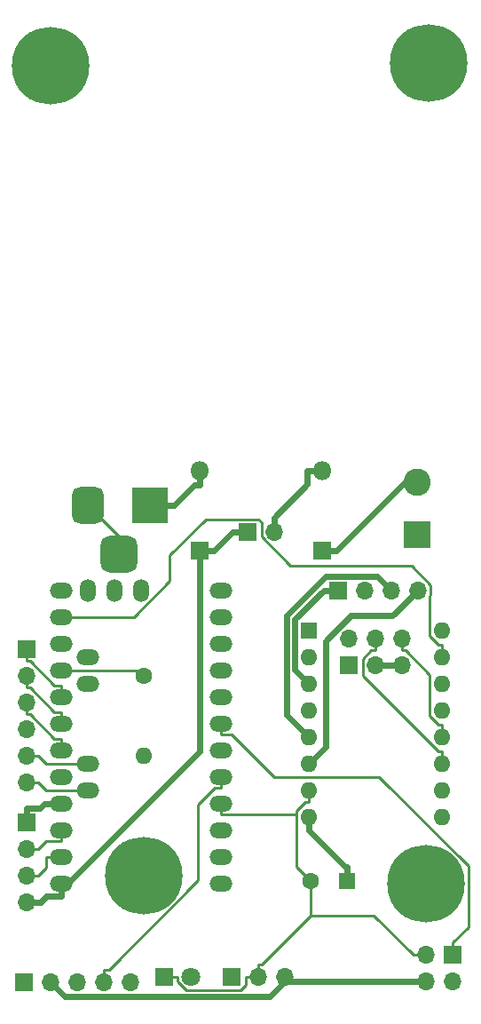
<source format=gbr>
%TF.GenerationSoftware,KiCad,Pcbnew,6.0.11-2627ca5db0~126~ubuntu20.04.1*%
%TF.CreationDate,2024-06-24T23:06:08+02:00*%
%TF.ProjectId,IRstepper,49527374-6570-4706-9572-2e6b69636164,rev?*%
%TF.SameCoordinates,Original*%
%TF.FileFunction,Copper,L2,Bot*%
%TF.FilePolarity,Positive*%
%FSLAX46Y46*%
G04 Gerber Fmt 4.6, Leading zero omitted, Abs format (unit mm)*
G04 Created by KiCad (PCBNEW 6.0.11-2627ca5db0~126~ubuntu20.04.1) date 2024-06-24 23:06:08*
%MOMM*%
%LPD*%
G01*
G04 APERTURE LIST*
G04 Aperture macros list*
%AMRoundRect*
0 Rectangle with rounded corners*
0 $1 Rounding radius*
0 $2 $3 $4 $5 $6 $7 $8 $9 X,Y pos of 4 corners*
0 Add a 4 corners polygon primitive as box body*
4,1,4,$2,$3,$4,$5,$6,$7,$8,$9,$2,$3,0*
0 Add four circle primitives for the rounded corners*
1,1,$1+$1,$2,$3*
1,1,$1+$1,$4,$5*
1,1,$1+$1,$6,$7*
1,1,$1+$1,$8,$9*
0 Add four rect primitives between the rounded corners*
20,1,$1+$1,$2,$3,$4,$5,0*
20,1,$1+$1,$4,$5,$6,$7,0*
20,1,$1+$1,$6,$7,$8,$9,0*
20,1,$1+$1,$8,$9,$2,$3,0*%
G04 Aperture macros list end*
%TA.AperFunction,ComponentPad*%
%ADD10R,1.800000X1.800000*%
%TD*%
%TA.AperFunction,ComponentPad*%
%ADD11O,1.800000X1.800000*%
%TD*%
%TA.AperFunction,ComponentPad*%
%ADD12R,1.700000X1.700000*%
%TD*%
%TA.AperFunction,ComponentPad*%
%ADD13O,1.700000X1.700000*%
%TD*%
%TA.AperFunction,ConnectorPad*%
%ADD14C,7.400000*%
%TD*%
%TA.AperFunction,ComponentPad*%
%ADD15C,4.100000*%
%TD*%
%TA.AperFunction,ComponentPad*%
%ADD16R,2.600000X2.600000*%
%TD*%
%TA.AperFunction,ComponentPad*%
%ADD17C,2.600000*%
%TD*%
%TA.AperFunction,ComponentPad*%
%ADD18O,2.199640X1.501140*%
%TD*%
%TA.AperFunction,ComponentPad*%
%ADD19O,1.501140X2.199640*%
%TD*%
%TA.AperFunction,ComponentPad*%
%ADD20R,3.500000X3.500000*%
%TD*%
%TA.AperFunction,ComponentPad*%
%ADD21RoundRect,0.750000X-0.750000X-1.000000X0.750000X-1.000000X0.750000X1.000000X-0.750000X1.000000X0*%
%TD*%
%TA.AperFunction,ComponentPad*%
%ADD22RoundRect,0.875000X-0.875000X-0.875000X0.875000X-0.875000X0.875000X0.875000X-0.875000X0.875000X0*%
%TD*%
%TA.AperFunction,ComponentPad*%
%ADD23R,1.600000X1.600000*%
%TD*%
%TA.AperFunction,ComponentPad*%
%ADD24O,1.600000X1.600000*%
%TD*%
%TA.AperFunction,ComponentPad*%
%ADD25C,1.600000*%
%TD*%
%TA.AperFunction,ComponentPad*%
%ADD26C,1.800000*%
%TD*%
%TA.AperFunction,Conductor*%
%ADD27C,0.250000*%
%TD*%
%TA.AperFunction,Conductor*%
%ADD28C,0.600000*%
%TD*%
G04 APERTURE END LIST*
D10*
%TO.P,D3,2,A*%
%TO.N,+9V*%
X108712000Y-66802000D03*
D11*
%TO.P,D3,1,K*%
%TO.N,Net-(D3-Pad1)*%
X108712000Y-59182000D03*
%TD*%
D12*
%TO.P,J1,1,Pin_1*%
%TO.N,GND*%
X91953000Y-107950000D03*
D13*
%TO.P,J1,2,Pin_2*%
%TO.N,+5V*%
X94493000Y-107950000D03*
%TO.P,J1,3,Pin_3*%
%TO.N,Net-(IC1-Pad9)*%
X97033000Y-107950000D03*
%TO.P,J1,4,Pin_4*%
%TO.N,Net-(IC1-Pad5)*%
X99573000Y-107950000D03*
%TO.P,J1,5,Pin_5*%
%TO.N,Net-(IC1-Pad6)*%
X102113000Y-107950000D03*
%TD*%
D14*
%TO.P,H3,1*%
%TO.N,N/C*%
X130556000Y-20320000D03*
D15*
X130556000Y-20320000D03*
%TD*%
%TO.P,H4,1*%
%TO.N,N/C*%
X130302000Y-98552000D03*
D14*
X130302000Y-98552000D03*
%TD*%
D15*
%TO.P,H2,1*%
%TO.N,N/C*%
X94488000Y-20574000D03*
D14*
X94488000Y-20574000D03*
%TD*%
D12*
%TO.P,J5,1,Pin_1*%
%TO.N,Net-(A1-Pad3)*%
X121930000Y-70612000D03*
D13*
%TO.P,J5,2,Pin_2*%
%TO.N,Net-(A1-Pad4)*%
X124470000Y-70612000D03*
%TO.P,J5,3,Pin_3*%
%TO.N,Net-(A1-Pad5)*%
X127010000Y-70612000D03*
%TO.P,J5,4,Pin_4*%
%TO.N,Net-(A1-Pad6)*%
X129550000Y-70612000D03*
%TD*%
D10*
%TO.P,D1,1,K*%
%TO.N,Net-(D1-Pad1)*%
X120396000Y-66802000D03*
D11*
%TO.P,D1,2,A*%
%TO.N,+12V*%
X120396000Y-59182000D03*
%TD*%
D12*
%TO.P,J3,1,Pin_1*%
%TO.N,+9V*%
X113279000Y-65024000D03*
D13*
%TO.P,J3,2,Pin_2*%
%TO.N,+12V*%
X115819000Y-65024000D03*
%TD*%
D16*
%TO.P,J2,1,Pin_1*%
%TO.N,GND*%
X129520000Y-65298000D03*
D17*
%TO.P,J2,2,Pin_2*%
%TO.N,Net-(D1-Pad1)*%
X129520000Y-60298000D03*
%TD*%
D15*
%TO.P,H1,1*%
%TO.N,N/C*%
X103378000Y-97790000D03*
D14*
X103378000Y-97790000D03*
%TD*%
D12*
%TO.P,J10,1,Pin_1*%
%TO.N,+5V*%
X92202000Y-92720000D03*
D13*
%TO.P,J10,2,Pin_2*%
%TO.N,RST*%
X92202000Y-95260000D03*
%TO.P,J10,3,Pin_3*%
%TO.N,GND*%
X92202000Y-97800000D03*
%TO.P,J10,4,Pin_4*%
%TO.N,+9V*%
X92202000Y-100340000D03*
%TD*%
D18*
%TO.P,IC1,1,(PCINT17/TXD)PD1/1*%
%TO.N,Net-(IC1-Pad1)*%
X110744000Y-98552000D03*
%TO.P,IC1,2,(PCINT16/RXD)PD0/0*%
%TO.N,Net-(IC1-Pad2)*%
X110744000Y-96012000D03*
%TO.P,IC1,3,(PCINT14/~{RESET})PC6*%
%TO.N,unconnected-(IC1-Pad3)*%
X110744000Y-93472000D03*
%TO.P,IC1,4,GND*%
%TO.N,GND*%
X110744000Y-90932000D03*
%TO.P,IC1,5,(PCINT18/INT0)PD2/2*%
%TO.N,Net-(IC1-Pad5)*%
X110744000Y-88392000D03*
%TO.P,IC1,6,(PCINT19/OC2B/INT1/PWM)PD3/3*%
%TO.N,Net-(IC1-Pad6)*%
X110744000Y-85852000D03*
%TO.P,IC1,7,(PCINT20/XCK/T0)PD4/4*%
%TO.N,Net-(IC1-Pad7)*%
X110744000Y-83312000D03*
%TO.P,IC1,8,(PCINT21/OC0B/T1/PWM)PD5/5*%
%TO.N,Net-(IC1-Pad8)*%
X110744000Y-80772000D03*
%TO.P,IC1,9,(PCINT22/OC0A/AIN0/PWM)PD6/6*%
%TO.N,Net-(IC1-Pad9)*%
X110744000Y-78232000D03*
%TO.P,IC1,10,(PCINT23/AIN1)PD7/7*%
%TO.N,Net-(IC1-Pad10)*%
X110744000Y-75692000D03*
%TO.P,IC1,11,(PCINT0/CLKO/ICP1)PB0/8*%
%TO.N,ENABLE*%
X110744000Y-73152000D03*
%TO.P,IC1,12,(PCINT1/OC1A/PWM)PB1/9*%
%TO.N,Net-(IC1-Pad12)*%
X110744000Y-70612000D03*
%TO.P,IC1,13,(PCINT2/OC1B/~{SS}/PWM)PB2/10*%
%TO.N,DIR*%
X95504000Y-70612000D03*
%TO.P,IC1,14,(PCINT3/OC2A/MOSI/PWM)PB3/11*%
%TO.N,STEP*%
X95504000Y-73152000D03*
%TO.P,IC1,15,(PCINT4/MISO)PB4/12*%
%TO.N,Net-(IC1-Pad15)*%
X95504000Y-75692000D03*
%TO.P,IC1,16,(PCINT5/SCK)PB5/13*%
%TO.N,Net-(IC1-Pad16)*%
X95504000Y-78232000D03*
%TO.P,IC1,17,(PCINT8/ADC0)PC0/14/A0*%
%TO.N,Net-(IC1-Pad17)*%
X95504000Y-80772000D03*
%TO.P,IC1,18,(PCINT9/ADC1)PC1/15/A1*%
%TO.N,Net-(IC1-Pad18)*%
X95504000Y-83312000D03*
%TO.P,IC1,19,(PCINT10/ADC2)PC2/16/A2*%
%TO.N,Net-(IC1-Pad19)*%
X95504000Y-85852000D03*
%TO.P,IC1,20,(PCINT11/ADC3)PC3/17/A3*%
%TO.N,Net-(IC1-Pad20)*%
X95504000Y-88392000D03*
%TO.P,IC1,21,VCC*%
%TO.N,+5V*%
X95504000Y-90932000D03*
%TO.P,IC1,22,(PCINT14/~{RESET})PC6*%
%TO.N,RST*%
X95504000Y-93472000D03*
%TO.P,IC1,23,GND*%
%TO.N,GND*%
X95504000Y-96012000D03*
%TO.P,IC1,24,RAW*%
%TO.N,+9V*%
X95504000Y-98552000D03*
%TO.P,IC1,25,(PCINT12/SDA/ADC4)PC4/18/A4*%
%TO.N,Net-(IC1-Pad25)*%
X98044000Y-87122000D03*
%TO.P,IC1,26,(PCINT13/SCL/ADC5)PC5/19/A5*%
%TO.N,Net-(IC1-Pad26)*%
X98044000Y-89662000D03*
D19*
%TO.P,IC1,27,ADC6/A6*%
%TO.N,unconnected-(IC1-Pad27)*%
X98044000Y-70612000D03*
D18*
X98044000Y-76962000D03*
D19*
%TO.P,IC1,28,ADC7/A7*%
%TO.N,unconnected-(IC1-Pad28)*%
X100584000Y-70612000D03*
D18*
X98044000Y-79502000D03*
D19*
%TO.P,IC1,29,GND*%
%TO.N,GND*%
X103124000Y-70612000D03*
%TD*%
D12*
%TO.P,J4,1,Pin_1*%
%TO.N,Net-(IC1-Pad10)*%
X111775000Y-107442000D03*
D13*
%TO.P,J4,2,Pin_2*%
%TO.N,GND*%
X114315000Y-107442000D03*
%TO.P,J4,3,Pin_3*%
%TO.N,+5V*%
X116855000Y-107442000D03*
%TD*%
D12*
%TO.P,J7,1,Pin_1*%
%TO.N,Net-(IC1-Pad7)*%
X132857000Y-105395000D03*
D13*
%TO.P,J7,2,Pin_2*%
%TO.N,Net-(IC1-Pad8)*%
X132857000Y-107935000D03*
%TO.P,J7,3,Pin_3*%
%TO.N,GND*%
X130317000Y-105395000D03*
%TO.P,J7,4,Pin_4*%
%TO.N,+5V*%
X130317000Y-107935000D03*
%TD*%
D20*
%TO.P,J6,1,In*%
%TO.N,Net-(D3-Pad1)*%
X104044000Y-62484000D03*
D21*
%TO.P,J6,2,Ext*%
%TO.N,GND*%
X98044000Y-62484000D03*
D22*
%TO.P,J6,3*%
X101044000Y-67184000D03*
%TD*%
D23*
%TO.P,A1,1,GND*%
%TO.N,GND*%
X119136000Y-74422000D03*
D24*
%TO.P,A1,2,VDD*%
%TO.N,+5V*%
X119136000Y-76962000D03*
%TO.P,A1,3,1B*%
%TO.N,Net-(A1-Pad3)*%
X119136000Y-79502000D03*
%TO.P,A1,4,1A*%
%TO.N,Net-(A1-Pad4)*%
X119136000Y-82042000D03*
%TO.P,A1,5,2A*%
%TO.N,Net-(A1-Pad5)*%
X119136000Y-84582000D03*
%TO.P,A1,6,2B*%
%TO.N,Net-(A1-Pad6)*%
X119136000Y-87122000D03*
%TO.P,A1,7,GND*%
%TO.N,GND*%
X119136000Y-89662000D03*
%TO.P,A1,8,VMOT*%
%TO.N,+12V*%
X119136000Y-92202000D03*
%TO.P,A1,9,~{ENABLE}*%
%TO.N,ENABLE*%
X131836000Y-92202000D03*
%TO.P,A1,10,MS1*%
%TO.N,Net-(A1-Pad10)*%
X131836000Y-89662000D03*
%TO.P,A1,11,MS2*%
%TO.N,Net-(A1-Pad11)*%
X131836000Y-87122000D03*
%TO.P,A1,12,MS3*%
%TO.N,Net-(A1-Pad12)*%
X131836000Y-84582000D03*
%TO.P,A1,13,~{RESET}*%
%TO.N,Net-(A1-Pad13)*%
X131836000Y-82042000D03*
%TO.P,A1,14,~{SLEEP}*%
X131836000Y-79502000D03*
%TO.P,A1,15,STEP*%
%TO.N,STEP*%
X131836000Y-76962000D03*
%TO.P,A1,16,DIR*%
%TO.N,DIR*%
X131836000Y-74422000D03*
%TD*%
D12*
%TO.P,J9,1,Pin_1*%
%TO.N,Net-(IC1-Pad17)*%
X92202000Y-76200000D03*
D13*
%TO.P,J9,2,Pin_2*%
%TO.N,Net-(IC1-Pad18)*%
X92202000Y-78740000D03*
%TO.P,J9,3,Pin_3*%
%TO.N,Net-(IC1-Pad19)*%
X92202000Y-81280000D03*
%TO.P,J9,4,Pin_4*%
%TO.N,Net-(IC1-Pad20)*%
X92202000Y-83820000D03*
%TO.P,J9,5,Pin_5*%
%TO.N,Net-(IC1-Pad25)*%
X92202000Y-86360000D03*
%TO.P,J9,6,Pin_6*%
%TO.N,Net-(IC1-Pad26)*%
X92202000Y-88900000D03*
%TD*%
D12*
%TO.P,J8,1,Pin_1*%
%TO.N,+5V*%
X122951000Y-77729000D03*
D13*
%TO.P,J8,2,Pin_2*%
%TO.N,Net-(A1-Pad10)*%
X122951000Y-75189000D03*
%TO.P,J8,3,Pin_3*%
%TO.N,+5V*%
X125491000Y-77729000D03*
%TO.P,J8,4,Pin_4*%
%TO.N,Net-(A1-Pad11)*%
X125491000Y-75189000D03*
%TO.P,J8,5,Pin_5*%
%TO.N,+5V*%
X128031000Y-77729000D03*
%TO.P,J8,6,Pin_6*%
%TO.N,Net-(A1-Pad12)*%
X128031000Y-75189000D03*
%TD*%
D25*
%TO.P,R1,1*%
%TO.N,Net-(IC1-Pad16)*%
X103378000Y-78740000D03*
D24*
%TO.P,R1,2*%
%TO.N,Net-(D2-Pad2)*%
X103378000Y-86360000D03*
%TD*%
D23*
%TO.P,C1,1*%
%TO.N,+12V*%
X122810700Y-98298000D03*
D25*
%TO.P,C1,2*%
%TO.N,GND*%
X119310700Y-98298000D03*
%TD*%
D10*
%TO.P,D2,1,K*%
%TO.N,GND*%
X105400000Y-107442000D03*
D26*
%TO.P,D2,2,A*%
%TO.N,Net-(D2-Pad2)*%
X107940000Y-107442000D03*
%TD*%
D27*
%TO.N,Net-(IC1-Pad26)*%
X94139300Y-89662000D02*
X98044000Y-89662000D01*
X93377300Y-88900000D02*
X94139300Y-89662000D01*
X92202000Y-88900000D02*
X93377300Y-88900000D01*
%TO.N,Net-(IC1-Pad25)*%
X94139300Y-87122000D02*
X98044000Y-87122000D01*
X93377300Y-86360000D02*
X94139300Y-87122000D01*
X92202000Y-86360000D02*
X93377300Y-86360000D01*
%TO.N,RST*%
X94089400Y-94547900D02*
X93377300Y-95260000D01*
X95504000Y-94547900D02*
X94089400Y-94547900D01*
X95504000Y-93472000D02*
X95504000Y-94547900D01*
X92202000Y-95260000D02*
X93377300Y-95260000D01*
%TO.N,Net-(IC1-Pad19)*%
X94890200Y-84776100D02*
X95504000Y-84776100D01*
X92569400Y-82455300D02*
X94890200Y-84776100D01*
X92202000Y-82455300D02*
X92569400Y-82455300D01*
X92202000Y-81280000D02*
X92202000Y-82455300D01*
X95504000Y-85852000D02*
X95504000Y-84776100D01*
%TO.N,Net-(IC1-Pad18)*%
X94890200Y-82236100D02*
X95504000Y-82236100D01*
X92569400Y-79915300D02*
X94890200Y-82236100D01*
X92202000Y-79915300D02*
X92569400Y-79915300D01*
X92202000Y-78740000D02*
X92202000Y-79915300D01*
X95504000Y-83312000D02*
X95504000Y-82236100D01*
%TO.N,Net-(IC1-Pad17)*%
X94890200Y-79696100D02*
X95504000Y-79696100D01*
X92569400Y-77375300D02*
X94890200Y-79696100D01*
X92202000Y-77375300D02*
X92569400Y-77375300D01*
X92202000Y-76200000D02*
X92202000Y-77375300D01*
X95504000Y-80772000D02*
X95504000Y-79696100D01*
%TO.N,Net-(IC1-Pad16)*%
X102870000Y-78232000D02*
X95504000Y-78232000D01*
X103378000Y-78740000D02*
X102870000Y-78232000D01*
%TO.N,Net-(IC1-Pad7)*%
X111819900Y-84387900D02*
X110744000Y-84387900D01*
X115824000Y-88392000D02*
X111819900Y-84387900D01*
X125839800Y-88392000D02*
X115824000Y-88392000D01*
X134374300Y-96926500D02*
X125839800Y-88392000D01*
X134374300Y-102702400D02*
X134374300Y-96926500D01*
X132857000Y-104219700D02*
X134374300Y-102702400D01*
X132857000Y-105395000D02*
X132857000Y-104219700D01*
X110744000Y-83312000D02*
X110744000Y-84387900D01*
%TO.N,Net-(IC1-Pad5)*%
X100087200Y-106774700D02*
X99573000Y-106774700D01*
X108590900Y-98271000D02*
X100087200Y-106774700D01*
X108590900Y-91083000D02*
X108590900Y-98271000D01*
X110206000Y-89467900D02*
X108590900Y-91083000D01*
X110744000Y-89467900D02*
X110206000Y-89467900D01*
X110744000Y-88392000D02*
X110744000Y-89467900D01*
X99573000Y-107950000D02*
X99573000Y-106774700D01*
D28*
%TO.N,+9V*%
X111890300Y-65024000D02*
X110112300Y-66802000D01*
X113279000Y-65024000D02*
X111890300Y-65024000D01*
X108712000Y-66802000D02*
X110112300Y-66802000D01*
X94089400Y-99802900D02*
X93552300Y-100340000D01*
X95504000Y-99802900D02*
X94089400Y-99802900D01*
X92202000Y-100340000D02*
X93552300Y-100340000D01*
X95504000Y-98552000D02*
X95504000Y-99177400D01*
X95504000Y-99177400D02*
X95504000Y-99802900D01*
X108712000Y-85969400D02*
X108712000Y-66802000D01*
X95504000Y-99177400D02*
X108712000Y-85969400D01*
%TO.N,Net-(D3-Pad1)*%
X108196000Y-60582300D02*
X108712000Y-60582300D01*
X106294300Y-62484000D02*
X108196000Y-60582300D01*
X104044000Y-62484000D02*
X106294300Y-62484000D01*
X108712000Y-59182000D02*
X108712000Y-60582300D01*
%TO.N,Net-(D1-Pad1)*%
X128300300Y-60298000D02*
X121796300Y-66802000D01*
X129520000Y-60298000D02*
X128300300Y-60298000D01*
X120396000Y-66802000D02*
X121796300Y-66802000D01*
D27*
%TO.N,STEP*%
X131836000Y-76962000D02*
X131836000Y-75836700D01*
X131554700Y-75836700D02*
X131836000Y-75836700D01*
X130710600Y-74992600D02*
X131554700Y-75836700D01*
X130710600Y-71118700D02*
X130710600Y-74992600D01*
X130773200Y-71056100D02*
X130710600Y-71118700D01*
X130773200Y-70123600D02*
X130773200Y-71056100D01*
X128956300Y-68306700D02*
X130773200Y-70123600D01*
X117422400Y-68306700D02*
X128956300Y-68306700D01*
X114639300Y-65523600D02*
X117422400Y-68306700D01*
X114639300Y-64171300D02*
X114639300Y-65523600D01*
X114307500Y-63839500D02*
X114639300Y-64171300D01*
X109359800Y-63839500D02*
X114307500Y-63839500D01*
X105907700Y-67291600D02*
X109359800Y-63839500D01*
X105907700Y-69715700D02*
X105907700Y-67291600D01*
X102471400Y-73152000D02*
X105907700Y-69715700D01*
X95504000Y-73152000D02*
X102471400Y-73152000D01*
%TO.N,Net-(A1-Pad12)*%
X131554600Y-83456700D02*
X131836000Y-83456700D01*
X130710700Y-82612800D02*
X131554600Y-83456700D01*
X130710700Y-78676600D02*
X130710700Y-82612800D01*
X128398400Y-76364300D02*
X130710700Y-78676600D01*
X128031000Y-76364300D02*
X128398400Y-76364300D01*
X128031000Y-75189000D02*
X128031000Y-76364300D01*
X131836000Y-84582000D02*
X131836000Y-83456700D01*
%TO.N,Net-(A1-Pad11)*%
X131554700Y-85996700D02*
X131836000Y-85996700D01*
X124297000Y-78739000D02*
X131554700Y-85996700D01*
X124297000Y-77191000D02*
X124297000Y-78739000D01*
X125123700Y-76364300D02*
X124297000Y-77191000D01*
X125491000Y-76364300D02*
X125123700Y-76364300D01*
X125491000Y-75189000D02*
X125491000Y-76364300D01*
X131836000Y-87122000D02*
X131836000Y-85996700D01*
D28*
%TO.N,+12V*%
X122631400Y-96997700D02*
X119136000Y-93502300D01*
X122810700Y-96997700D02*
X122631400Y-96997700D01*
X119136000Y-92202000D02*
X119136000Y-93502300D01*
X122810700Y-98298000D02*
X122810700Y-96997700D01*
X118995700Y-60497000D02*
X118995700Y-59182000D01*
X115819000Y-63673700D02*
X118995700Y-60497000D01*
X115819000Y-65024000D02*
X115819000Y-63673700D01*
X120396000Y-59182000D02*
X118995700Y-59182000D01*
%TO.N,Net-(A1-Pad6)*%
X120735500Y-85522500D02*
X119136000Y-87122000D01*
X120735500Y-75472600D02*
X120735500Y-85522500D01*
X123156600Y-73051500D02*
X120735500Y-75472600D01*
X127110500Y-73051500D02*
X123156600Y-73051500D01*
X129550000Y-70612000D02*
X127110500Y-73051500D01*
%TO.N,Net-(A1-Pad5)*%
X117020000Y-82466000D02*
X119136000Y-84582000D01*
X117020000Y-73017500D02*
X117020000Y-82466000D01*
X120780900Y-69256600D02*
X117020000Y-73017500D01*
X125654600Y-69256600D02*
X120780900Y-69256600D01*
X127010000Y-70612000D02*
X125654600Y-69256600D01*
%TO.N,Net-(A1-Pad3)*%
X117820400Y-73371300D02*
X120579700Y-70612000D01*
X117820400Y-78186400D02*
X117820400Y-73371300D01*
X119136000Y-79502000D02*
X117820400Y-78186400D01*
X121930000Y-70612000D02*
X120579700Y-70612000D01*
%TO.N,+5V*%
X128031000Y-77729000D02*
X125491000Y-77729000D01*
X93466100Y-91369700D02*
X92202000Y-91369700D01*
X93903800Y-90932000D02*
X93466100Y-91369700D01*
X95504000Y-90932000D02*
X93903800Y-90932000D01*
X92202000Y-92720000D02*
X92202000Y-91369700D01*
X130317000Y-107935000D02*
X128966700Y-107935000D01*
X116855000Y-107935000D02*
X128966700Y-107935000D01*
X116855000Y-107442000D02*
X116855000Y-107935000D01*
X95883900Y-109340900D02*
X94493000Y-107950000D01*
X115449100Y-109340900D02*
X95883900Y-109340900D01*
X116855000Y-107935000D02*
X115449100Y-109340900D01*
D27*
%TO.N,GND*%
X119136000Y-89662000D02*
X119136000Y-90787300D01*
X130317000Y-105395000D02*
X129141700Y-105395000D01*
X101044000Y-65484000D02*
X101044000Y-67184000D01*
X98044000Y-62484000D02*
X101044000Y-65484000D01*
X94078800Y-97098500D02*
X94078800Y-96012000D01*
X93377300Y-97800000D02*
X94078800Y-97098500D01*
X92202000Y-97800000D02*
X93377300Y-97800000D01*
X95504000Y-96012000D02*
X94078800Y-96012000D01*
X113139700Y-108250000D02*
X113139700Y-107442000D01*
X112674200Y-108715500D02*
X113139700Y-108250000D01*
X107439300Y-108715500D02*
X112674200Y-108715500D01*
X106625300Y-107901500D02*
X107439300Y-108715500D01*
X106625300Y-107442000D02*
X106625300Y-107901500D01*
X105400000Y-107442000D02*
X106625300Y-107442000D01*
X114315000Y-107442000D02*
X113139700Y-107442000D01*
X119310700Y-98298000D02*
X119310700Y-101625000D01*
X125371700Y-101625000D02*
X119310700Y-101625000D01*
X129141700Y-105395000D02*
X125371700Y-101625000D01*
X114669000Y-106266700D02*
X114315000Y-106266700D01*
X119310700Y-101625000D02*
X114669000Y-106266700D01*
X114315000Y-107442000D02*
X114315000Y-106266700D01*
X110744000Y-90932000D02*
X110744000Y-92007900D01*
X118010700Y-92007900D02*
X110744000Y-92007900D01*
X118010700Y-96998000D02*
X118010700Y-92007900D01*
X119310700Y-98298000D02*
X118010700Y-96998000D01*
X118854600Y-90787300D02*
X119136000Y-90787300D01*
X118010700Y-91631200D02*
X118854600Y-90787300D01*
X118010700Y-92007900D02*
X118010700Y-91631200D01*
%TD*%
M02*

</source>
